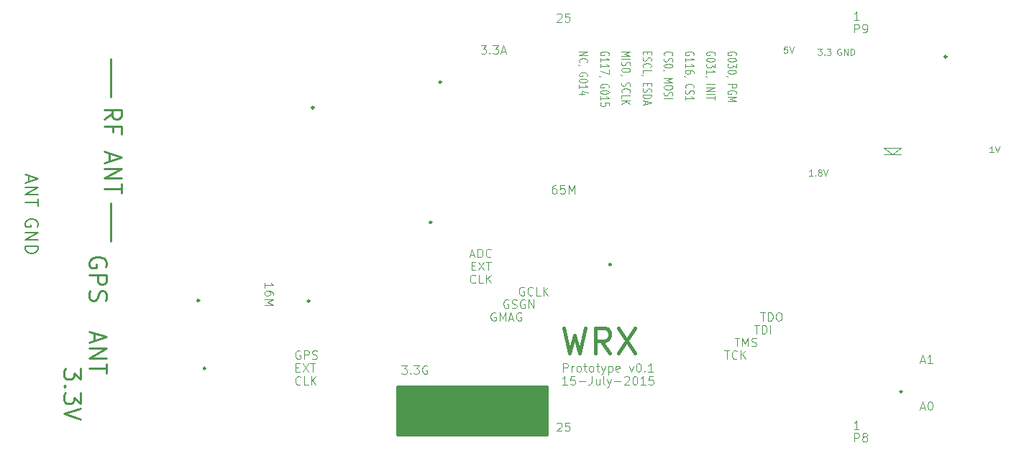
<source format=gto>
G04 (created by PCBNEW (2013-mar-25)-stable) date Friday, July 17, 2015 01:34:24 PM*
%MOIN*%
G04 Gerber Fmt 3.4, Leading zero omitted, Abs format*
%FSLAX34Y34*%
G01*
G70*
G90*
G04 APERTURE LIST*
%ADD10C,0.006*%
%ADD11C,0.00984252*%
%ADD12C,0.00492126*%
%ADD13C,0.015748*%
%ADD14C,0.00787402*%
%ADD15C,0.01*%
G04 APERTURE END LIST*
G54D10*
G54D11*
X34448Y-37992D02*
X34448Y-39763D01*
X34448Y-33070D02*
X34448Y-31299D01*
X33047Y-45683D02*
X33047Y-46170D01*
X32747Y-45908D01*
X32747Y-46020D01*
X32709Y-46095D01*
X32672Y-46133D01*
X32597Y-46170D01*
X32410Y-46170D01*
X32335Y-46133D01*
X32297Y-46095D01*
X32260Y-46020D01*
X32260Y-45795D01*
X32297Y-45720D01*
X32335Y-45683D01*
X32335Y-46508D02*
X32297Y-46545D01*
X32260Y-46508D01*
X32297Y-46470D01*
X32335Y-46508D01*
X32260Y-46508D01*
X33047Y-46808D02*
X33047Y-47295D01*
X32747Y-47033D01*
X32747Y-47145D01*
X32709Y-47220D01*
X32672Y-47258D01*
X32597Y-47295D01*
X32410Y-47295D01*
X32335Y-47258D01*
X32297Y-47220D01*
X32260Y-47145D01*
X32260Y-46920D01*
X32297Y-46845D01*
X32335Y-46808D01*
X33047Y-47520D02*
X32260Y-47783D01*
X33047Y-48045D01*
G54D12*
X55408Y-45828D02*
X55408Y-45434D01*
X55558Y-45434D01*
X55596Y-45453D01*
X55614Y-45472D01*
X55633Y-45509D01*
X55633Y-45566D01*
X55614Y-45603D01*
X55596Y-45622D01*
X55558Y-45641D01*
X55408Y-45641D01*
X55802Y-45828D02*
X55802Y-45566D01*
X55802Y-45641D02*
X55821Y-45603D01*
X55839Y-45584D01*
X55877Y-45566D01*
X55914Y-45566D01*
X56102Y-45828D02*
X56064Y-45809D01*
X56046Y-45791D01*
X56027Y-45753D01*
X56027Y-45641D01*
X56046Y-45603D01*
X56064Y-45584D01*
X56102Y-45566D01*
X56158Y-45566D01*
X56196Y-45584D01*
X56214Y-45603D01*
X56233Y-45641D01*
X56233Y-45753D01*
X56214Y-45791D01*
X56196Y-45809D01*
X56158Y-45828D01*
X56102Y-45828D01*
X56346Y-45566D02*
X56496Y-45566D01*
X56402Y-45434D02*
X56402Y-45772D01*
X56421Y-45809D01*
X56458Y-45828D01*
X56496Y-45828D01*
X56683Y-45828D02*
X56646Y-45809D01*
X56627Y-45791D01*
X56608Y-45753D01*
X56608Y-45641D01*
X56627Y-45603D01*
X56646Y-45584D01*
X56683Y-45566D01*
X56739Y-45566D01*
X56777Y-45584D01*
X56796Y-45603D01*
X56814Y-45641D01*
X56814Y-45753D01*
X56796Y-45791D01*
X56777Y-45809D01*
X56739Y-45828D01*
X56683Y-45828D01*
X56927Y-45566D02*
X57077Y-45566D01*
X56983Y-45434D02*
X56983Y-45772D01*
X57002Y-45809D01*
X57039Y-45828D01*
X57077Y-45828D01*
X57170Y-45566D02*
X57264Y-45828D01*
X57358Y-45566D02*
X57264Y-45828D01*
X57227Y-45922D01*
X57208Y-45941D01*
X57170Y-45959D01*
X57508Y-45566D02*
X57508Y-45959D01*
X57508Y-45584D02*
X57545Y-45566D01*
X57620Y-45566D01*
X57658Y-45584D01*
X57677Y-45603D01*
X57695Y-45641D01*
X57695Y-45753D01*
X57677Y-45791D01*
X57658Y-45809D01*
X57620Y-45828D01*
X57545Y-45828D01*
X57508Y-45809D01*
X58014Y-45809D02*
X57977Y-45828D01*
X57902Y-45828D01*
X57864Y-45809D01*
X57845Y-45772D01*
X57845Y-45622D01*
X57864Y-45584D01*
X57902Y-45566D01*
X57977Y-45566D01*
X58014Y-45584D01*
X58033Y-45622D01*
X58033Y-45659D01*
X57845Y-45697D01*
X58464Y-45566D02*
X58558Y-45828D01*
X58652Y-45566D01*
X58877Y-45434D02*
X58914Y-45434D01*
X58952Y-45453D01*
X58970Y-45472D01*
X58989Y-45509D01*
X59008Y-45584D01*
X59008Y-45678D01*
X58989Y-45753D01*
X58970Y-45791D01*
X58952Y-45809D01*
X58914Y-45828D01*
X58877Y-45828D01*
X58839Y-45809D01*
X58820Y-45791D01*
X58802Y-45753D01*
X58783Y-45678D01*
X58783Y-45584D01*
X58802Y-45509D01*
X58820Y-45472D01*
X58839Y-45453D01*
X58877Y-45434D01*
X59176Y-45791D02*
X59195Y-45809D01*
X59176Y-45828D01*
X59158Y-45809D01*
X59176Y-45791D01*
X59176Y-45828D01*
X59570Y-45828D02*
X59345Y-45828D01*
X59458Y-45828D02*
X59458Y-45434D01*
X59420Y-45491D01*
X59383Y-45528D01*
X59345Y-45547D01*
X55586Y-46429D02*
X55361Y-46429D01*
X55474Y-46429D02*
X55474Y-46035D01*
X55436Y-46091D01*
X55399Y-46129D01*
X55361Y-46147D01*
X55943Y-46035D02*
X55755Y-46035D01*
X55736Y-46222D01*
X55755Y-46204D01*
X55793Y-46185D01*
X55886Y-46185D01*
X55924Y-46204D01*
X55943Y-46222D01*
X55961Y-46260D01*
X55961Y-46354D01*
X55943Y-46391D01*
X55924Y-46410D01*
X55886Y-46429D01*
X55793Y-46429D01*
X55755Y-46410D01*
X55736Y-46391D01*
X56130Y-46279D02*
X56430Y-46279D01*
X56730Y-46035D02*
X56730Y-46316D01*
X56711Y-46372D01*
X56674Y-46410D01*
X56617Y-46429D01*
X56580Y-46429D01*
X57086Y-46166D02*
X57086Y-46429D01*
X56917Y-46166D02*
X56917Y-46372D01*
X56936Y-46410D01*
X56974Y-46429D01*
X57030Y-46429D01*
X57067Y-46410D01*
X57086Y-46391D01*
X57330Y-46429D02*
X57292Y-46410D01*
X57274Y-46372D01*
X57274Y-46035D01*
X57442Y-46166D02*
X57536Y-46429D01*
X57630Y-46166D02*
X57536Y-46429D01*
X57499Y-46522D01*
X57480Y-46541D01*
X57442Y-46560D01*
X57780Y-46279D02*
X58080Y-46279D01*
X58248Y-46072D02*
X58267Y-46054D01*
X58305Y-46035D01*
X58398Y-46035D01*
X58436Y-46054D01*
X58455Y-46072D01*
X58473Y-46110D01*
X58473Y-46147D01*
X58455Y-46204D01*
X58230Y-46429D01*
X58473Y-46429D01*
X58717Y-46035D02*
X58755Y-46035D01*
X58792Y-46054D01*
X58811Y-46072D01*
X58830Y-46110D01*
X58848Y-46185D01*
X58848Y-46279D01*
X58830Y-46354D01*
X58811Y-46391D01*
X58792Y-46410D01*
X58755Y-46429D01*
X58717Y-46429D01*
X58680Y-46410D01*
X58661Y-46391D01*
X58642Y-46354D01*
X58623Y-46279D01*
X58623Y-46185D01*
X58642Y-46110D01*
X58661Y-46072D01*
X58680Y-46054D01*
X58717Y-46035D01*
X59223Y-46429D02*
X58998Y-46429D01*
X59111Y-46429D02*
X59111Y-46035D01*
X59073Y-46091D01*
X59036Y-46129D01*
X58998Y-46147D01*
X59580Y-46035D02*
X59392Y-46035D01*
X59373Y-46222D01*
X59392Y-46204D01*
X59430Y-46185D01*
X59523Y-46185D01*
X59561Y-46204D01*
X59580Y-46222D01*
X59598Y-46260D01*
X59598Y-46354D01*
X59580Y-46391D01*
X59561Y-46410D01*
X59523Y-46429D01*
X59430Y-46429D01*
X59392Y-46410D01*
X59373Y-46391D01*
G54D13*
X55427Y-43785D02*
X55708Y-44966D01*
X55933Y-44122D01*
X56158Y-44966D01*
X56439Y-43785D01*
X57564Y-44966D02*
X57170Y-44403D01*
X56889Y-44966D02*
X56889Y-43785D01*
X57339Y-43785D01*
X57452Y-43841D01*
X57508Y-43897D01*
X57564Y-44010D01*
X57564Y-44178D01*
X57508Y-44291D01*
X57452Y-44347D01*
X57339Y-44403D01*
X56889Y-44403D01*
X57958Y-43785D02*
X58745Y-44966D01*
X58745Y-43785D02*
X57958Y-44966D01*
G54D14*
X30638Y-36726D02*
X30638Y-37007D01*
X30469Y-36670D02*
X31060Y-36867D01*
X30469Y-37064D01*
X30469Y-37260D02*
X31060Y-37260D01*
X30469Y-37598D01*
X31060Y-37598D01*
X31060Y-37795D02*
X31060Y-38132D01*
X30469Y-37964D02*
X31060Y-37964D01*
X31032Y-39088D02*
X31060Y-39032D01*
X31060Y-38948D01*
X31032Y-38863D01*
X30975Y-38807D01*
X30919Y-38779D01*
X30807Y-38751D01*
X30722Y-38751D01*
X30610Y-38779D01*
X30553Y-38807D01*
X30497Y-38863D01*
X30469Y-38948D01*
X30469Y-39004D01*
X30497Y-39088D01*
X30525Y-39116D01*
X30722Y-39116D01*
X30722Y-39004D01*
X30469Y-39370D02*
X31060Y-39370D01*
X30469Y-39707D01*
X31060Y-39707D01*
X30469Y-39988D02*
X31060Y-39988D01*
X31060Y-40129D01*
X31032Y-40213D01*
X30975Y-40269D01*
X30919Y-40298D01*
X30807Y-40326D01*
X30722Y-40326D01*
X30610Y-40298D01*
X30553Y-40269D01*
X30497Y-40213D01*
X30469Y-40129D01*
X30469Y-39988D01*
G54D12*
X51087Y-40401D02*
X51274Y-40401D01*
X51049Y-40513D02*
X51181Y-40119D01*
X51312Y-40513D01*
X51443Y-40513D02*
X51443Y-40119D01*
X51537Y-40119D01*
X51593Y-40138D01*
X51631Y-40176D01*
X51649Y-40213D01*
X51668Y-40288D01*
X51668Y-40344D01*
X51649Y-40419D01*
X51631Y-40457D01*
X51593Y-40494D01*
X51537Y-40513D01*
X51443Y-40513D01*
X52062Y-40476D02*
X52043Y-40494D01*
X51987Y-40513D01*
X51949Y-40513D01*
X51893Y-40494D01*
X51856Y-40457D01*
X51837Y-40419D01*
X51818Y-40344D01*
X51818Y-40288D01*
X51837Y-40213D01*
X51856Y-40176D01*
X51893Y-40138D01*
X51949Y-40119D01*
X51987Y-40119D01*
X52043Y-40138D01*
X52062Y-40157D01*
X51152Y-40907D02*
X51284Y-40907D01*
X51340Y-41114D02*
X51152Y-41114D01*
X51152Y-40720D01*
X51340Y-40720D01*
X51471Y-40720D02*
X51734Y-41114D01*
X51734Y-40720D02*
X51471Y-41114D01*
X51827Y-40720D02*
X52052Y-40720D01*
X51940Y-41114D02*
X51940Y-40720D01*
X51340Y-41676D02*
X51321Y-41695D01*
X51265Y-41714D01*
X51227Y-41714D01*
X51171Y-41695D01*
X51134Y-41658D01*
X51115Y-41620D01*
X51096Y-41545D01*
X51096Y-41489D01*
X51115Y-41414D01*
X51134Y-41377D01*
X51171Y-41339D01*
X51227Y-41320D01*
X51265Y-41320D01*
X51321Y-41339D01*
X51340Y-41358D01*
X51696Y-41714D02*
X51509Y-41714D01*
X51509Y-41320D01*
X51827Y-41714D02*
X51827Y-41320D01*
X52052Y-41714D02*
X51884Y-41489D01*
X52052Y-41320D02*
X51827Y-41545D01*
X66971Y-36733D02*
X66802Y-36733D01*
X66886Y-36733D02*
X66886Y-36438D01*
X66858Y-36480D01*
X66830Y-36508D01*
X66802Y-36522D01*
X67097Y-36705D02*
X67111Y-36719D01*
X67097Y-36733D01*
X67083Y-36719D01*
X67097Y-36705D01*
X67097Y-36733D01*
X67280Y-36564D02*
X67252Y-36550D01*
X67238Y-36536D01*
X67224Y-36508D01*
X67224Y-36494D01*
X67238Y-36466D01*
X67252Y-36452D01*
X67280Y-36438D01*
X67336Y-36438D01*
X67365Y-36452D01*
X67379Y-36466D01*
X67393Y-36494D01*
X67393Y-36508D01*
X67379Y-36536D01*
X67365Y-36550D01*
X67336Y-36564D01*
X67280Y-36564D01*
X67252Y-36579D01*
X67238Y-36593D01*
X67224Y-36621D01*
X67224Y-36677D01*
X67238Y-36705D01*
X67252Y-36719D01*
X67280Y-36733D01*
X67336Y-36733D01*
X67365Y-36719D01*
X67379Y-36705D01*
X67393Y-36677D01*
X67393Y-36621D01*
X67379Y-36593D01*
X67365Y-36579D01*
X67336Y-36564D01*
X67477Y-36438D02*
X67575Y-36733D01*
X67674Y-36438D01*
X75351Y-35651D02*
X75182Y-35651D01*
X75267Y-35651D02*
X75267Y-35355D01*
X75239Y-35397D01*
X75210Y-35426D01*
X75182Y-35440D01*
X75435Y-35355D02*
X75534Y-35651D01*
X75632Y-35355D01*
X51584Y-30671D02*
X51827Y-30671D01*
X51696Y-30821D01*
X51752Y-30821D01*
X51790Y-30839D01*
X51809Y-30858D01*
X51827Y-30896D01*
X51827Y-30989D01*
X51809Y-31027D01*
X51790Y-31046D01*
X51752Y-31064D01*
X51640Y-31064D01*
X51602Y-31046D01*
X51584Y-31027D01*
X51996Y-31027D02*
X52015Y-31046D01*
X51996Y-31064D01*
X51977Y-31046D01*
X51996Y-31027D01*
X51996Y-31064D01*
X52146Y-30671D02*
X52390Y-30671D01*
X52259Y-30821D01*
X52315Y-30821D01*
X52352Y-30839D01*
X52371Y-30858D01*
X52390Y-30896D01*
X52390Y-30989D01*
X52371Y-31027D01*
X52352Y-31046D01*
X52315Y-31064D01*
X52202Y-31064D01*
X52165Y-31046D01*
X52146Y-31027D01*
X52540Y-30952D02*
X52727Y-30952D01*
X52502Y-31064D02*
X52634Y-30671D01*
X52765Y-31064D01*
X47914Y-45533D02*
X48158Y-45533D01*
X48026Y-45683D01*
X48083Y-45683D01*
X48120Y-45702D01*
X48139Y-45720D01*
X48158Y-45758D01*
X48158Y-45852D01*
X48139Y-45889D01*
X48120Y-45908D01*
X48083Y-45927D01*
X47970Y-45927D01*
X47933Y-45908D01*
X47914Y-45889D01*
X48326Y-45889D02*
X48345Y-45908D01*
X48326Y-45927D01*
X48308Y-45908D01*
X48326Y-45889D01*
X48326Y-45927D01*
X48476Y-45533D02*
X48720Y-45533D01*
X48589Y-45683D01*
X48645Y-45683D01*
X48682Y-45702D01*
X48701Y-45720D01*
X48720Y-45758D01*
X48720Y-45852D01*
X48701Y-45889D01*
X48682Y-45908D01*
X48645Y-45927D01*
X48532Y-45927D01*
X48495Y-45908D01*
X48476Y-45889D01*
X49095Y-45552D02*
X49057Y-45533D01*
X49001Y-45533D01*
X48945Y-45552D01*
X48907Y-45589D01*
X48889Y-45627D01*
X48870Y-45702D01*
X48870Y-45758D01*
X48889Y-45833D01*
X48907Y-45870D01*
X48945Y-45908D01*
X49001Y-45927D01*
X49039Y-45927D01*
X49095Y-45908D01*
X49114Y-45889D01*
X49114Y-45758D01*
X49039Y-45758D01*
X53585Y-41910D02*
X53547Y-41891D01*
X53491Y-41891D01*
X53435Y-41910D01*
X53398Y-41947D01*
X53379Y-41985D01*
X53360Y-42060D01*
X53360Y-42116D01*
X53379Y-42191D01*
X53398Y-42229D01*
X53435Y-42266D01*
X53491Y-42285D01*
X53529Y-42285D01*
X53585Y-42266D01*
X53604Y-42247D01*
X53604Y-42116D01*
X53529Y-42116D01*
X53997Y-42247D02*
X53979Y-42266D01*
X53922Y-42285D01*
X53885Y-42285D01*
X53829Y-42266D01*
X53791Y-42229D01*
X53772Y-42191D01*
X53754Y-42116D01*
X53754Y-42060D01*
X53772Y-41985D01*
X53791Y-41947D01*
X53829Y-41910D01*
X53885Y-41891D01*
X53922Y-41891D01*
X53979Y-41910D01*
X53997Y-41929D01*
X54354Y-42285D02*
X54166Y-42285D01*
X54166Y-41891D01*
X54485Y-42285D02*
X54485Y-41891D01*
X54710Y-42285D02*
X54541Y-42060D01*
X54710Y-41891D02*
X54485Y-42116D01*
X52859Y-42500D02*
X52821Y-42482D01*
X52765Y-42482D01*
X52709Y-42500D01*
X52671Y-42538D01*
X52652Y-42575D01*
X52634Y-42650D01*
X52634Y-42707D01*
X52652Y-42782D01*
X52671Y-42819D01*
X52709Y-42857D01*
X52765Y-42875D01*
X52802Y-42875D01*
X52859Y-42857D01*
X52877Y-42838D01*
X52877Y-42707D01*
X52802Y-42707D01*
X53027Y-42857D02*
X53083Y-42875D01*
X53177Y-42875D01*
X53215Y-42857D01*
X53233Y-42838D01*
X53252Y-42800D01*
X53252Y-42763D01*
X53233Y-42725D01*
X53215Y-42707D01*
X53177Y-42688D01*
X53102Y-42669D01*
X53065Y-42650D01*
X53046Y-42632D01*
X53027Y-42594D01*
X53027Y-42557D01*
X53046Y-42519D01*
X53065Y-42500D01*
X53102Y-42482D01*
X53196Y-42482D01*
X53252Y-42500D01*
X53627Y-42500D02*
X53590Y-42482D01*
X53533Y-42482D01*
X53477Y-42500D01*
X53440Y-42538D01*
X53421Y-42575D01*
X53402Y-42650D01*
X53402Y-42707D01*
X53421Y-42782D01*
X53440Y-42819D01*
X53477Y-42857D01*
X53533Y-42875D01*
X53571Y-42875D01*
X53627Y-42857D01*
X53646Y-42838D01*
X53646Y-42707D01*
X53571Y-42707D01*
X53815Y-42875D02*
X53815Y-42482D01*
X54040Y-42875D01*
X54040Y-42482D01*
X52268Y-43091D02*
X52230Y-43072D01*
X52174Y-43072D01*
X52118Y-43091D01*
X52080Y-43128D01*
X52062Y-43166D01*
X52043Y-43241D01*
X52043Y-43297D01*
X52062Y-43372D01*
X52080Y-43410D01*
X52118Y-43447D01*
X52174Y-43466D01*
X52212Y-43466D01*
X52268Y-43447D01*
X52287Y-43428D01*
X52287Y-43297D01*
X52212Y-43297D01*
X52455Y-43466D02*
X52455Y-43072D01*
X52587Y-43353D01*
X52718Y-43072D01*
X52718Y-43466D01*
X52887Y-43353D02*
X53074Y-43353D01*
X52849Y-43466D02*
X52980Y-43072D01*
X53112Y-43466D01*
X53449Y-43091D02*
X53412Y-43072D01*
X53355Y-43072D01*
X53299Y-43091D01*
X53262Y-43128D01*
X53243Y-43166D01*
X53224Y-43241D01*
X53224Y-43297D01*
X53243Y-43372D01*
X53262Y-43410D01*
X53299Y-43447D01*
X53355Y-43466D01*
X53393Y-43466D01*
X53449Y-43447D01*
X53468Y-43428D01*
X53468Y-43297D01*
X53393Y-43297D01*
X43213Y-44863D02*
X43175Y-44844D01*
X43119Y-44844D01*
X43063Y-44863D01*
X43025Y-44900D01*
X43007Y-44938D01*
X42988Y-45013D01*
X42988Y-45069D01*
X43007Y-45144D01*
X43025Y-45181D01*
X43063Y-45219D01*
X43119Y-45238D01*
X43157Y-45238D01*
X43213Y-45219D01*
X43232Y-45200D01*
X43232Y-45069D01*
X43157Y-45069D01*
X43400Y-45238D02*
X43400Y-44844D01*
X43550Y-44844D01*
X43588Y-44863D01*
X43607Y-44881D01*
X43625Y-44919D01*
X43625Y-44975D01*
X43607Y-45013D01*
X43588Y-45031D01*
X43550Y-45050D01*
X43400Y-45050D01*
X43775Y-45219D02*
X43832Y-45238D01*
X43925Y-45238D01*
X43963Y-45219D01*
X43982Y-45200D01*
X44000Y-45163D01*
X44000Y-45125D01*
X43982Y-45088D01*
X43963Y-45069D01*
X43925Y-45050D01*
X43850Y-45031D01*
X43813Y-45013D01*
X43794Y-44994D01*
X43775Y-44956D01*
X43775Y-44919D01*
X43794Y-44881D01*
X43813Y-44863D01*
X43850Y-44844D01*
X43944Y-44844D01*
X44000Y-44863D01*
X43007Y-45632D02*
X43138Y-45632D01*
X43194Y-45838D02*
X43007Y-45838D01*
X43007Y-45444D01*
X43194Y-45444D01*
X43325Y-45444D02*
X43588Y-45838D01*
X43588Y-45444D02*
X43325Y-45838D01*
X43682Y-45444D02*
X43907Y-45444D01*
X43794Y-45838D02*
X43794Y-45444D01*
X43232Y-46401D02*
X43213Y-46420D01*
X43157Y-46438D01*
X43119Y-46438D01*
X43063Y-46420D01*
X43025Y-46382D01*
X43007Y-46345D01*
X42988Y-46270D01*
X42988Y-46213D01*
X43007Y-46138D01*
X43025Y-46101D01*
X43063Y-46063D01*
X43119Y-46045D01*
X43157Y-46045D01*
X43213Y-46063D01*
X43232Y-46082D01*
X43588Y-46438D02*
X43400Y-46438D01*
X43400Y-46045D01*
X43719Y-46438D02*
X43719Y-46045D01*
X43944Y-46438D02*
X43775Y-46213D01*
X43944Y-46045D02*
X43719Y-46270D01*
X41572Y-41924D02*
X41572Y-41699D01*
X41572Y-41811D02*
X41966Y-41811D01*
X41910Y-41774D01*
X41872Y-41736D01*
X41854Y-41699D01*
X41966Y-42261D02*
X41966Y-42186D01*
X41947Y-42149D01*
X41929Y-42130D01*
X41872Y-42093D01*
X41797Y-42074D01*
X41647Y-42074D01*
X41610Y-42093D01*
X41591Y-42111D01*
X41572Y-42149D01*
X41572Y-42224D01*
X41591Y-42261D01*
X41610Y-42280D01*
X41647Y-42299D01*
X41741Y-42299D01*
X41779Y-42280D01*
X41797Y-42261D01*
X41816Y-42224D01*
X41816Y-42149D01*
X41797Y-42111D01*
X41779Y-42093D01*
X41741Y-42074D01*
X41572Y-42468D02*
X41966Y-42468D01*
X41685Y-42599D01*
X41966Y-42730D01*
X41572Y-42730D01*
X55075Y-37167D02*
X55000Y-37167D01*
X54963Y-37185D01*
X54944Y-37204D01*
X54907Y-37260D01*
X54888Y-37335D01*
X54888Y-37485D01*
X54907Y-37523D01*
X54925Y-37542D01*
X54963Y-37560D01*
X55038Y-37560D01*
X55075Y-37542D01*
X55094Y-37523D01*
X55113Y-37485D01*
X55113Y-37392D01*
X55094Y-37354D01*
X55075Y-37335D01*
X55038Y-37317D01*
X54963Y-37317D01*
X54925Y-37335D01*
X54907Y-37354D01*
X54888Y-37392D01*
X55469Y-37167D02*
X55282Y-37167D01*
X55263Y-37354D01*
X55282Y-37335D01*
X55319Y-37317D01*
X55413Y-37317D01*
X55450Y-37335D01*
X55469Y-37354D01*
X55488Y-37392D01*
X55488Y-37485D01*
X55469Y-37523D01*
X55450Y-37542D01*
X55413Y-37560D01*
X55319Y-37560D01*
X55282Y-37542D01*
X55263Y-37523D01*
X55657Y-37560D02*
X55657Y-37167D01*
X55788Y-37448D01*
X55919Y-37167D01*
X55919Y-37560D01*
X55113Y-48228D02*
X55132Y-48209D01*
X55169Y-48190D01*
X55263Y-48190D01*
X55300Y-48209D01*
X55319Y-48228D01*
X55338Y-48265D01*
X55338Y-48303D01*
X55319Y-48359D01*
X55094Y-48584D01*
X55338Y-48584D01*
X55694Y-48190D02*
X55507Y-48190D01*
X55488Y-48378D01*
X55507Y-48359D01*
X55544Y-48340D01*
X55638Y-48340D01*
X55675Y-48359D01*
X55694Y-48378D01*
X55713Y-48415D01*
X55713Y-48509D01*
X55694Y-48547D01*
X55675Y-48565D01*
X55638Y-48584D01*
X55544Y-48584D01*
X55507Y-48565D01*
X55488Y-48547D01*
X69108Y-48486D02*
X68883Y-48486D01*
X68996Y-48486D02*
X68996Y-48092D01*
X68958Y-48148D01*
X68921Y-48186D01*
X68883Y-48204D01*
X68902Y-49076D02*
X68902Y-48682D01*
X69052Y-48682D01*
X69089Y-48701D01*
X69108Y-48720D01*
X69127Y-48757D01*
X69127Y-48814D01*
X69108Y-48851D01*
X69089Y-48870D01*
X69052Y-48889D01*
X68902Y-48889D01*
X69352Y-48851D02*
X69314Y-48832D01*
X69296Y-48814D01*
X69277Y-48776D01*
X69277Y-48757D01*
X69296Y-48720D01*
X69314Y-48701D01*
X69352Y-48682D01*
X69427Y-48682D01*
X69464Y-48701D01*
X69483Y-48720D01*
X69502Y-48757D01*
X69502Y-48776D01*
X69483Y-48814D01*
X69464Y-48832D01*
X69427Y-48851D01*
X69352Y-48851D01*
X69314Y-48870D01*
X69296Y-48889D01*
X69277Y-48926D01*
X69277Y-49001D01*
X69296Y-49039D01*
X69314Y-49057D01*
X69352Y-49076D01*
X69427Y-49076D01*
X69464Y-49057D01*
X69483Y-49039D01*
X69502Y-49001D01*
X69502Y-48926D01*
X69483Y-48889D01*
X69464Y-48870D01*
X69427Y-48851D01*
X68902Y-30080D02*
X68902Y-29686D01*
X69052Y-29686D01*
X69089Y-29705D01*
X69108Y-29724D01*
X69127Y-29761D01*
X69127Y-29818D01*
X69108Y-29855D01*
X69089Y-29874D01*
X69052Y-29893D01*
X68902Y-29893D01*
X69314Y-30080D02*
X69389Y-30080D01*
X69427Y-30061D01*
X69446Y-30043D01*
X69483Y-29986D01*
X69502Y-29911D01*
X69502Y-29761D01*
X69483Y-29724D01*
X69464Y-29705D01*
X69427Y-29686D01*
X69352Y-29686D01*
X69314Y-29705D01*
X69296Y-29724D01*
X69277Y-29761D01*
X69277Y-29855D01*
X69296Y-29893D01*
X69314Y-29911D01*
X69352Y-29930D01*
X69427Y-29930D01*
X69464Y-29911D01*
X69483Y-29893D01*
X69502Y-29855D01*
X55113Y-29232D02*
X55132Y-29213D01*
X55169Y-29194D01*
X55263Y-29194D01*
X55300Y-29213D01*
X55319Y-29232D01*
X55338Y-29269D01*
X55338Y-29307D01*
X55319Y-29363D01*
X55094Y-29588D01*
X55338Y-29588D01*
X55694Y-29194D02*
X55507Y-29194D01*
X55488Y-29382D01*
X55507Y-29363D01*
X55544Y-29344D01*
X55638Y-29344D01*
X55675Y-29363D01*
X55694Y-29382D01*
X55713Y-29419D01*
X55713Y-29513D01*
X55694Y-29550D01*
X55675Y-29569D01*
X55638Y-29588D01*
X55544Y-29588D01*
X55507Y-29569D01*
X55488Y-29550D01*
X69108Y-29490D02*
X68883Y-29490D01*
X68996Y-29490D02*
X68996Y-29096D01*
X68958Y-29152D01*
X68921Y-29190D01*
X68883Y-29208D01*
X71962Y-45322D02*
X72150Y-45322D01*
X71925Y-45434D02*
X72056Y-45041D01*
X72187Y-45434D01*
X72525Y-45434D02*
X72300Y-45434D01*
X72412Y-45434D02*
X72412Y-45041D01*
X72375Y-45097D01*
X72337Y-45134D01*
X72300Y-45153D01*
X71962Y-47487D02*
X72150Y-47487D01*
X71925Y-47600D02*
X72056Y-47206D01*
X72187Y-47600D01*
X72394Y-47206D02*
X72431Y-47206D01*
X72469Y-47225D01*
X72487Y-47244D01*
X72506Y-47281D01*
X72525Y-47356D01*
X72525Y-47450D01*
X72506Y-47525D01*
X72487Y-47562D01*
X72469Y-47581D01*
X72431Y-47600D01*
X72394Y-47600D01*
X72356Y-47581D01*
X72337Y-47562D01*
X72319Y-47525D01*
X72300Y-47450D01*
X72300Y-47356D01*
X72319Y-47281D01*
X72337Y-47244D01*
X72356Y-47225D01*
X72394Y-47206D01*
X65790Y-30729D02*
X65649Y-30729D01*
X65635Y-30870D01*
X65649Y-30856D01*
X65677Y-30842D01*
X65748Y-30842D01*
X65776Y-30856D01*
X65790Y-30870D01*
X65804Y-30898D01*
X65804Y-30968D01*
X65790Y-30996D01*
X65776Y-31010D01*
X65748Y-31025D01*
X65677Y-31025D01*
X65649Y-31010D01*
X65635Y-30996D01*
X65888Y-30729D02*
X65987Y-31025D01*
X66085Y-30729D01*
X67210Y-30828D02*
X67393Y-30828D01*
X67294Y-30940D01*
X67336Y-30940D01*
X67365Y-30954D01*
X67379Y-30968D01*
X67393Y-30996D01*
X67393Y-31067D01*
X67379Y-31095D01*
X67365Y-31109D01*
X67336Y-31123D01*
X67252Y-31123D01*
X67224Y-31109D01*
X67210Y-31095D01*
X67519Y-31095D02*
X67533Y-31109D01*
X67519Y-31123D01*
X67505Y-31109D01*
X67519Y-31095D01*
X67519Y-31123D01*
X67632Y-30828D02*
X67814Y-30828D01*
X67716Y-30940D01*
X67758Y-30940D01*
X67786Y-30954D01*
X67800Y-30968D01*
X67814Y-30996D01*
X67814Y-31067D01*
X67800Y-31095D01*
X67786Y-31109D01*
X67758Y-31123D01*
X67674Y-31123D01*
X67646Y-31109D01*
X67632Y-31095D01*
X68278Y-30842D02*
X68250Y-30828D01*
X68208Y-30828D01*
X68166Y-30842D01*
X68138Y-30870D01*
X68124Y-30898D01*
X68110Y-30954D01*
X68110Y-30996D01*
X68124Y-31053D01*
X68138Y-31081D01*
X68166Y-31109D01*
X68208Y-31123D01*
X68236Y-31123D01*
X68278Y-31109D01*
X68293Y-31095D01*
X68293Y-30996D01*
X68236Y-30996D01*
X68419Y-31123D02*
X68419Y-30828D01*
X68588Y-31123D01*
X68588Y-30828D01*
X68728Y-31123D02*
X68728Y-30828D01*
X68799Y-30828D01*
X68841Y-30842D01*
X68869Y-30870D01*
X68883Y-30898D01*
X68897Y-30954D01*
X68897Y-30996D01*
X68883Y-31053D01*
X68869Y-31081D01*
X68841Y-31109D01*
X68799Y-31123D01*
X68728Y-31123D01*
X63404Y-31130D02*
X63423Y-31102D01*
X63423Y-31060D01*
X63404Y-31017D01*
X63367Y-30989D01*
X63329Y-30975D01*
X63254Y-30961D01*
X63198Y-30961D01*
X63123Y-30975D01*
X63085Y-30989D01*
X63048Y-31017D01*
X63029Y-31060D01*
X63029Y-31088D01*
X63048Y-31130D01*
X63067Y-31144D01*
X63198Y-31144D01*
X63198Y-31088D01*
X63423Y-31327D02*
X63423Y-31355D01*
X63404Y-31383D01*
X63385Y-31397D01*
X63348Y-31411D01*
X63273Y-31425D01*
X63179Y-31425D01*
X63104Y-31411D01*
X63067Y-31397D01*
X63048Y-31383D01*
X63029Y-31355D01*
X63029Y-31327D01*
X63048Y-31299D01*
X63067Y-31285D01*
X63104Y-31271D01*
X63179Y-31257D01*
X63273Y-31257D01*
X63348Y-31271D01*
X63385Y-31285D01*
X63404Y-31299D01*
X63423Y-31327D01*
X63423Y-31524D02*
X63423Y-31706D01*
X63273Y-31608D01*
X63273Y-31650D01*
X63254Y-31678D01*
X63235Y-31692D01*
X63198Y-31706D01*
X63104Y-31706D01*
X63067Y-31692D01*
X63048Y-31678D01*
X63029Y-31650D01*
X63029Y-31566D01*
X63048Y-31538D01*
X63067Y-31524D01*
X63423Y-31889D02*
X63423Y-31917D01*
X63404Y-31946D01*
X63385Y-31960D01*
X63348Y-31974D01*
X63273Y-31988D01*
X63179Y-31988D01*
X63104Y-31974D01*
X63067Y-31960D01*
X63048Y-31946D01*
X63029Y-31917D01*
X63029Y-31889D01*
X63048Y-31861D01*
X63067Y-31847D01*
X63104Y-31833D01*
X63179Y-31819D01*
X63273Y-31819D01*
X63348Y-31833D01*
X63385Y-31847D01*
X63404Y-31861D01*
X63423Y-31889D01*
X63048Y-32128D02*
X63029Y-32128D01*
X62992Y-32114D01*
X62973Y-32100D01*
X63029Y-32480D02*
X63423Y-32480D01*
X63423Y-32592D01*
X63404Y-32620D01*
X63385Y-32634D01*
X63348Y-32649D01*
X63292Y-32649D01*
X63254Y-32634D01*
X63235Y-32620D01*
X63217Y-32592D01*
X63217Y-32480D01*
X63404Y-32930D02*
X63423Y-32902D01*
X63423Y-32859D01*
X63404Y-32817D01*
X63367Y-32789D01*
X63329Y-32775D01*
X63254Y-32761D01*
X63198Y-32761D01*
X63123Y-32775D01*
X63085Y-32789D01*
X63048Y-32817D01*
X63029Y-32859D01*
X63029Y-32888D01*
X63048Y-32930D01*
X63067Y-32944D01*
X63198Y-32944D01*
X63198Y-32888D01*
X63029Y-33070D02*
X63423Y-33070D01*
X63142Y-33169D01*
X63423Y-33267D01*
X63029Y-33267D01*
X62420Y-31130D02*
X62439Y-31102D01*
X62439Y-31060D01*
X62420Y-31017D01*
X62382Y-30989D01*
X62345Y-30975D01*
X62270Y-30961D01*
X62214Y-30961D01*
X62139Y-30975D01*
X62101Y-30989D01*
X62064Y-31017D01*
X62045Y-31060D01*
X62045Y-31088D01*
X62064Y-31130D01*
X62082Y-31144D01*
X62214Y-31144D01*
X62214Y-31088D01*
X62439Y-31327D02*
X62439Y-31355D01*
X62420Y-31383D01*
X62401Y-31397D01*
X62364Y-31411D01*
X62289Y-31425D01*
X62195Y-31425D01*
X62120Y-31411D01*
X62082Y-31397D01*
X62064Y-31383D01*
X62045Y-31355D01*
X62045Y-31327D01*
X62064Y-31299D01*
X62082Y-31285D01*
X62120Y-31271D01*
X62195Y-31257D01*
X62289Y-31257D01*
X62364Y-31271D01*
X62401Y-31285D01*
X62420Y-31299D01*
X62439Y-31327D01*
X62439Y-31524D02*
X62439Y-31706D01*
X62289Y-31608D01*
X62289Y-31650D01*
X62270Y-31678D01*
X62251Y-31692D01*
X62214Y-31706D01*
X62120Y-31706D01*
X62082Y-31692D01*
X62064Y-31678D01*
X62045Y-31650D01*
X62045Y-31566D01*
X62064Y-31538D01*
X62082Y-31524D01*
X62045Y-31988D02*
X62045Y-31819D01*
X62045Y-31903D02*
X62439Y-31903D01*
X62382Y-31875D01*
X62345Y-31847D01*
X62326Y-31819D01*
X62064Y-32128D02*
X62045Y-32128D01*
X62007Y-32114D01*
X61989Y-32100D01*
X62045Y-32480D02*
X62439Y-32480D01*
X62045Y-32620D02*
X62439Y-32620D01*
X62045Y-32789D01*
X62439Y-32789D01*
X62045Y-32930D02*
X62439Y-32930D01*
X62439Y-33028D02*
X62439Y-33197D01*
X62045Y-33113D02*
X62439Y-33113D01*
X61436Y-31130D02*
X61454Y-31102D01*
X61454Y-31060D01*
X61436Y-31017D01*
X61398Y-30989D01*
X61361Y-30975D01*
X61286Y-30961D01*
X61229Y-30961D01*
X61154Y-30975D01*
X61117Y-30989D01*
X61079Y-31017D01*
X61061Y-31060D01*
X61061Y-31088D01*
X61079Y-31130D01*
X61098Y-31144D01*
X61229Y-31144D01*
X61229Y-31088D01*
X61061Y-31425D02*
X61061Y-31257D01*
X61061Y-31341D02*
X61454Y-31341D01*
X61398Y-31313D01*
X61361Y-31285D01*
X61342Y-31257D01*
X61061Y-31706D02*
X61061Y-31538D01*
X61061Y-31622D02*
X61454Y-31622D01*
X61398Y-31594D01*
X61361Y-31566D01*
X61342Y-31538D01*
X61454Y-31960D02*
X61454Y-31903D01*
X61436Y-31875D01*
X61417Y-31861D01*
X61361Y-31833D01*
X61286Y-31819D01*
X61136Y-31819D01*
X61098Y-31833D01*
X61079Y-31847D01*
X61061Y-31875D01*
X61061Y-31931D01*
X61079Y-31960D01*
X61098Y-31974D01*
X61136Y-31988D01*
X61229Y-31988D01*
X61267Y-31974D01*
X61286Y-31960D01*
X61304Y-31931D01*
X61304Y-31875D01*
X61286Y-31847D01*
X61267Y-31833D01*
X61229Y-31819D01*
X61079Y-32128D02*
X61061Y-32128D01*
X61023Y-32114D01*
X61004Y-32100D01*
X61098Y-32649D02*
X61079Y-32634D01*
X61061Y-32592D01*
X61061Y-32564D01*
X61079Y-32522D01*
X61117Y-32494D01*
X61154Y-32480D01*
X61229Y-32466D01*
X61286Y-32466D01*
X61361Y-32480D01*
X61398Y-32494D01*
X61436Y-32522D01*
X61454Y-32564D01*
X61454Y-32592D01*
X61436Y-32634D01*
X61417Y-32649D01*
X61079Y-32761D02*
X61061Y-32803D01*
X61061Y-32874D01*
X61079Y-32902D01*
X61098Y-32916D01*
X61136Y-32930D01*
X61173Y-32930D01*
X61211Y-32916D01*
X61229Y-32902D01*
X61248Y-32874D01*
X61267Y-32817D01*
X61286Y-32789D01*
X61304Y-32775D01*
X61342Y-32761D01*
X61379Y-32761D01*
X61417Y-32775D01*
X61436Y-32789D01*
X61454Y-32817D01*
X61454Y-32888D01*
X61436Y-32930D01*
X61061Y-33211D02*
X61061Y-33042D01*
X61061Y-33127D02*
X61454Y-33127D01*
X61398Y-33098D01*
X61361Y-33070D01*
X61342Y-33042D01*
X58108Y-30975D02*
X58502Y-30975D01*
X58220Y-31074D01*
X58502Y-31172D01*
X58108Y-31172D01*
X58108Y-31313D02*
X58502Y-31313D01*
X58127Y-31439D02*
X58108Y-31482D01*
X58108Y-31552D01*
X58127Y-31580D01*
X58145Y-31594D01*
X58183Y-31608D01*
X58220Y-31608D01*
X58258Y-31594D01*
X58277Y-31580D01*
X58295Y-31552D01*
X58314Y-31496D01*
X58333Y-31467D01*
X58352Y-31453D01*
X58389Y-31439D01*
X58427Y-31439D01*
X58464Y-31453D01*
X58483Y-31467D01*
X58502Y-31496D01*
X58502Y-31566D01*
X58483Y-31608D01*
X58502Y-31791D02*
X58502Y-31847D01*
X58483Y-31875D01*
X58445Y-31903D01*
X58370Y-31917D01*
X58239Y-31917D01*
X58164Y-31903D01*
X58127Y-31875D01*
X58108Y-31847D01*
X58108Y-31791D01*
X58127Y-31763D01*
X58164Y-31735D01*
X58239Y-31721D01*
X58370Y-31721D01*
X58445Y-31735D01*
X58483Y-31763D01*
X58502Y-31791D01*
X58127Y-32058D02*
X58108Y-32058D01*
X58070Y-32044D01*
X58052Y-32030D01*
X58127Y-32395D02*
X58108Y-32438D01*
X58108Y-32508D01*
X58127Y-32536D01*
X58145Y-32550D01*
X58183Y-32564D01*
X58220Y-32564D01*
X58258Y-32550D01*
X58277Y-32536D01*
X58295Y-32508D01*
X58314Y-32452D01*
X58333Y-32424D01*
X58352Y-32410D01*
X58389Y-32395D01*
X58427Y-32395D01*
X58464Y-32410D01*
X58483Y-32424D01*
X58502Y-32452D01*
X58502Y-32522D01*
X58483Y-32564D01*
X58145Y-32859D02*
X58127Y-32845D01*
X58108Y-32803D01*
X58108Y-32775D01*
X58127Y-32733D01*
X58164Y-32705D01*
X58202Y-32691D01*
X58277Y-32677D01*
X58333Y-32677D01*
X58408Y-32691D01*
X58445Y-32705D01*
X58483Y-32733D01*
X58502Y-32775D01*
X58502Y-32803D01*
X58483Y-32845D01*
X58464Y-32859D01*
X58108Y-33127D02*
X58108Y-32986D01*
X58502Y-32986D01*
X58108Y-33225D02*
X58502Y-33225D01*
X58108Y-33394D02*
X58333Y-33267D01*
X58502Y-33394D02*
X58277Y-33225D01*
X56139Y-30975D02*
X56533Y-30975D01*
X56139Y-31144D01*
X56533Y-31144D01*
X56177Y-31453D02*
X56158Y-31439D01*
X56139Y-31397D01*
X56139Y-31369D01*
X56158Y-31327D01*
X56196Y-31299D01*
X56233Y-31285D01*
X56308Y-31271D01*
X56364Y-31271D01*
X56439Y-31285D01*
X56477Y-31299D01*
X56514Y-31327D01*
X56533Y-31369D01*
X56533Y-31397D01*
X56514Y-31439D01*
X56496Y-31453D01*
X56158Y-31594D02*
X56139Y-31594D01*
X56102Y-31580D01*
X56083Y-31566D01*
X56514Y-32100D02*
X56533Y-32072D01*
X56533Y-32030D01*
X56514Y-31988D01*
X56477Y-31960D01*
X56439Y-31946D01*
X56364Y-31931D01*
X56308Y-31931D01*
X56233Y-31946D01*
X56196Y-31960D01*
X56158Y-31988D01*
X56139Y-32030D01*
X56139Y-32058D01*
X56158Y-32100D01*
X56177Y-32114D01*
X56308Y-32114D01*
X56308Y-32058D01*
X56533Y-32297D02*
X56533Y-32325D01*
X56514Y-32353D01*
X56496Y-32367D01*
X56458Y-32381D01*
X56383Y-32395D01*
X56289Y-32395D01*
X56214Y-32381D01*
X56177Y-32367D01*
X56158Y-32353D01*
X56139Y-32325D01*
X56139Y-32297D01*
X56158Y-32269D01*
X56177Y-32255D01*
X56214Y-32241D01*
X56289Y-32227D01*
X56383Y-32227D01*
X56458Y-32241D01*
X56496Y-32255D01*
X56514Y-32269D01*
X56533Y-32297D01*
X56139Y-32677D02*
X56139Y-32508D01*
X56139Y-32592D02*
X56533Y-32592D01*
X56477Y-32564D01*
X56439Y-32536D01*
X56421Y-32508D01*
X56402Y-32930D02*
X56139Y-32930D01*
X56552Y-32859D02*
X56271Y-32789D01*
X56271Y-32972D01*
X57499Y-31130D02*
X57517Y-31102D01*
X57517Y-31060D01*
X57499Y-31017D01*
X57461Y-30989D01*
X57424Y-30975D01*
X57349Y-30961D01*
X57292Y-30961D01*
X57217Y-30975D01*
X57180Y-30989D01*
X57142Y-31017D01*
X57124Y-31060D01*
X57124Y-31088D01*
X57142Y-31130D01*
X57161Y-31144D01*
X57292Y-31144D01*
X57292Y-31088D01*
X57124Y-31425D02*
X57124Y-31257D01*
X57124Y-31341D02*
X57517Y-31341D01*
X57461Y-31313D01*
X57424Y-31285D01*
X57405Y-31257D01*
X57124Y-31706D02*
X57124Y-31538D01*
X57124Y-31622D02*
X57517Y-31622D01*
X57461Y-31594D01*
X57424Y-31566D01*
X57405Y-31538D01*
X57517Y-31805D02*
X57517Y-32002D01*
X57124Y-31875D01*
X57142Y-32128D02*
X57124Y-32128D01*
X57086Y-32114D01*
X57067Y-32100D01*
X57499Y-32634D02*
X57517Y-32606D01*
X57517Y-32564D01*
X57499Y-32522D01*
X57461Y-32494D01*
X57424Y-32480D01*
X57349Y-32466D01*
X57292Y-32466D01*
X57217Y-32480D01*
X57180Y-32494D01*
X57142Y-32522D01*
X57124Y-32564D01*
X57124Y-32592D01*
X57142Y-32634D01*
X57161Y-32649D01*
X57292Y-32649D01*
X57292Y-32592D01*
X57517Y-32831D02*
X57517Y-32859D01*
X57499Y-32888D01*
X57480Y-32902D01*
X57442Y-32916D01*
X57367Y-32930D01*
X57274Y-32930D01*
X57199Y-32916D01*
X57161Y-32902D01*
X57142Y-32888D01*
X57124Y-32859D01*
X57124Y-32831D01*
X57142Y-32803D01*
X57161Y-32789D01*
X57199Y-32775D01*
X57274Y-32761D01*
X57367Y-32761D01*
X57442Y-32775D01*
X57480Y-32789D01*
X57499Y-32803D01*
X57517Y-32831D01*
X57124Y-33211D02*
X57124Y-33042D01*
X57124Y-33127D02*
X57517Y-33127D01*
X57461Y-33098D01*
X57424Y-33070D01*
X57405Y-33042D01*
X57517Y-33478D02*
X57517Y-33338D01*
X57330Y-33323D01*
X57349Y-33338D01*
X57367Y-33366D01*
X57367Y-33436D01*
X57349Y-33464D01*
X57330Y-33478D01*
X57292Y-33492D01*
X57199Y-33492D01*
X57161Y-33478D01*
X57142Y-33464D01*
X57124Y-33436D01*
X57124Y-33366D01*
X57142Y-33338D01*
X57161Y-33323D01*
X59298Y-30975D02*
X59298Y-31074D01*
X59092Y-31116D02*
X59092Y-30975D01*
X59486Y-30975D01*
X59486Y-31116D01*
X59111Y-31228D02*
X59092Y-31271D01*
X59092Y-31341D01*
X59111Y-31369D01*
X59130Y-31383D01*
X59167Y-31397D01*
X59205Y-31397D01*
X59242Y-31383D01*
X59261Y-31369D01*
X59280Y-31341D01*
X59298Y-31285D01*
X59317Y-31257D01*
X59336Y-31242D01*
X59373Y-31228D01*
X59411Y-31228D01*
X59448Y-31242D01*
X59467Y-31257D01*
X59486Y-31285D01*
X59486Y-31355D01*
X59467Y-31397D01*
X59130Y-31692D02*
X59111Y-31678D01*
X59092Y-31636D01*
X59092Y-31608D01*
X59111Y-31566D01*
X59148Y-31538D01*
X59186Y-31524D01*
X59261Y-31510D01*
X59317Y-31510D01*
X59392Y-31524D01*
X59430Y-31538D01*
X59467Y-31566D01*
X59486Y-31608D01*
X59486Y-31636D01*
X59467Y-31678D01*
X59448Y-31692D01*
X59092Y-31960D02*
X59092Y-31819D01*
X59486Y-31819D01*
X59111Y-32072D02*
X59092Y-32072D01*
X59055Y-32058D01*
X59036Y-32044D01*
X59298Y-32424D02*
X59298Y-32522D01*
X59092Y-32564D02*
X59092Y-32424D01*
X59486Y-32424D01*
X59486Y-32564D01*
X59111Y-32677D02*
X59092Y-32719D01*
X59092Y-32789D01*
X59111Y-32817D01*
X59130Y-32831D01*
X59167Y-32845D01*
X59205Y-32845D01*
X59242Y-32831D01*
X59261Y-32817D01*
X59280Y-32789D01*
X59298Y-32733D01*
X59317Y-32705D01*
X59336Y-32691D01*
X59373Y-32677D01*
X59411Y-32677D01*
X59448Y-32691D01*
X59467Y-32705D01*
X59486Y-32733D01*
X59486Y-32803D01*
X59467Y-32845D01*
X59092Y-32972D02*
X59486Y-32972D01*
X59486Y-33042D01*
X59467Y-33084D01*
X59430Y-33113D01*
X59392Y-33127D01*
X59317Y-33141D01*
X59261Y-33141D01*
X59186Y-33127D01*
X59148Y-33113D01*
X59111Y-33084D01*
X59092Y-33042D01*
X59092Y-32972D01*
X59205Y-33253D02*
X59205Y-33394D01*
X59092Y-33225D02*
X59486Y-33323D01*
X59092Y-33422D01*
X60114Y-31144D02*
X60095Y-31130D01*
X60076Y-31088D01*
X60076Y-31060D01*
X60095Y-31017D01*
X60133Y-30989D01*
X60170Y-30975D01*
X60245Y-30961D01*
X60301Y-30961D01*
X60376Y-30975D01*
X60414Y-30989D01*
X60451Y-31017D01*
X60470Y-31060D01*
X60470Y-31088D01*
X60451Y-31130D01*
X60433Y-31144D01*
X60095Y-31257D02*
X60076Y-31299D01*
X60076Y-31369D01*
X60095Y-31397D01*
X60114Y-31411D01*
X60151Y-31425D01*
X60189Y-31425D01*
X60226Y-31411D01*
X60245Y-31397D01*
X60264Y-31369D01*
X60283Y-31313D01*
X60301Y-31285D01*
X60320Y-31271D01*
X60358Y-31257D01*
X60395Y-31257D01*
X60433Y-31271D01*
X60451Y-31285D01*
X60470Y-31313D01*
X60470Y-31383D01*
X60451Y-31425D01*
X60470Y-31608D02*
X60470Y-31636D01*
X60451Y-31664D01*
X60433Y-31678D01*
X60395Y-31692D01*
X60320Y-31706D01*
X60226Y-31706D01*
X60151Y-31692D01*
X60114Y-31678D01*
X60095Y-31664D01*
X60076Y-31636D01*
X60076Y-31608D01*
X60095Y-31580D01*
X60114Y-31566D01*
X60151Y-31552D01*
X60226Y-31538D01*
X60320Y-31538D01*
X60395Y-31552D01*
X60433Y-31566D01*
X60451Y-31580D01*
X60470Y-31608D01*
X60095Y-31847D02*
X60076Y-31847D01*
X60039Y-31833D01*
X60020Y-31819D01*
X60076Y-32199D02*
X60470Y-32199D01*
X60189Y-32297D01*
X60470Y-32395D01*
X60076Y-32395D01*
X60470Y-32592D02*
X60470Y-32649D01*
X60451Y-32677D01*
X60414Y-32705D01*
X60339Y-32719D01*
X60208Y-32719D01*
X60133Y-32705D01*
X60095Y-32677D01*
X60076Y-32649D01*
X60076Y-32592D01*
X60095Y-32564D01*
X60133Y-32536D01*
X60208Y-32522D01*
X60339Y-32522D01*
X60414Y-32536D01*
X60451Y-32564D01*
X60470Y-32592D01*
X60095Y-32831D02*
X60076Y-32874D01*
X60076Y-32944D01*
X60095Y-32972D01*
X60114Y-32986D01*
X60151Y-33000D01*
X60189Y-33000D01*
X60226Y-32986D01*
X60245Y-32972D01*
X60264Y-32944D01*
X60283Y-32888D01*
X60301Y-32859D01*
X60320Y-32845D01*
X60358Y-32831D01*
X60395Y-32831D01*
X60433Y-32845D01*
X60451Y-32859D01*
X60470Y-32888D01*
X60470Y-32958D01*
X60451Y-33000D01*
X60076Y-33127D02*
X60470Y-33127D01*
X64543Y-43072D02*
X64768Y-43072D01*
X64655Y-43466D02*
X64655Y-43072D01*
X64899Y-43466D02*
X64899Y-43072D01*
X64993Y-43072D01*
X65049Y-43091D01*
X65087Y-43128D01*
X65105Y-43166D01*
X65124Y-43241D01*
X65124Y-43297D01*
X65105Y-43372D01*
X65087Y-43410D01*
X65049Y-43447D01*
X64993Y-43466D01*
X64899Y-43466D01*
X65368Y-43072D02*
X65443Y-43072D01*
X65480Y-43091D01*
X65518Y-43128D01*
X65537Y-43203D01*
X65537Y-43335D01*
X65518Y-43410D01*
X65480Y-43447D01*
X65443Y-43466D01*
X65368Y-43466D01*
X65330Y-43447D01*
X65293Y-43410D01*
X65274Y-43335D01*
X65274Y-43203D01*
X65293Y-43128D01*
X65330Y-43091D01*
X65368Y-43072D01*
X64262Y-43663D02*
X64487Y-43663D01*
X64374Y-44056D02*
X64374Y-43663D01*
X64618Y-44056D02*
X64618Y-43663D01*
X64712Y-43663D01*
X64768Y-43682D01*
X64805Y-43719D01*
X64824Y-43757D01*
X64843Y-43832D01*
X64843Y-43888D01*
X64824Y-43963D01*
X64805Y-44000D01*
X64768Y-44038D01*
X64712Y-44056D01*
X64618Y-44056D01*
X65012Y-44056D02*
X65012Y-43663D01*
X63353Y-44253D02*
X63577Y-44253D01*
X63465Y-44647D02*
X63465Y-44253D01*
X63709Y-44647D02*
X63709Y-44253D01*
X63840Y-44535D01*
X63971Y-44253D01*
X63971Y-44647D01*
X64140Y-44628D02*
X64196Y-44647D01*
X64290Y-44647D01*
X64327Y-44628D01*
X64346Y-44610D01*
X64365Y-44572D01*
X64365Y-44535D01*
X64346Y-44497D01*
X64327Y-44478D01*
X64290Y-44460D01*
X64215Y-44441D01*
X64177Y-44422D01*
X64159Y-44403D01*
X64140Y-44366D01*
X64140Y-44328D01*
X64159Y-44291D01*
X64177Y-44272D01*
X64215Y-44253D01*
X64309Y-44253D01*
X64365Y-44272D01*
X62879Y-44844D02*
X63104Y-44844D01*
X62992Y-45238D02*
X62992Y-44844D01*
X63460Y-45200D02*
X63442Y-45219D01*
X63385Y-45238D01*
X63348Y-45238D01*
X63292Y-45219D01*
X63254Y-45181D01*
X63235Y-45144D01*
X63217Y-45069D01*
X63217Y-45013D01*
X63235Y-44938D01*
X63254Y-44900D01*
X63292Y-44863D01*
X63348Y-44844D01*
X63385Y-44844D01*
X63442Y-44863D01*
X63460Y-44881D01*
X63629Y-45238D02*
X63629Y-44844D01*
X63854Y-45238D02*
X63685Y-45013D01*
X63854Y-44844D02*
X63629Y-45069D01*
G54D11*
X34191Y-40954D02*
X34228Y-40879D01*
X34228Y-40766D01*
X34191Y-40654D01*
X34116Y-40579D01*
X34041Y-40541D01*
X33891Y-40504D01*
X33778Y-40504D01*
X33628Y-40541D01*
X33553Y-40579D01*
X33478Y-40654D01*
X33441Y-40766D01*
X33441Y-40841D01*
X33478Y-40954D01*
X33516Y-40991D01*
X33778Y-40991D01*
X33778Y-40841D01*
X33441Y-41329D02*
X34228Y-41329D01*
X34228Y-41629D01*
X34191Y-41704D01*
X34153Y-41741D01*
X34078Y-41779D01*
X33966Y-41779D01*
X33891Y-41741D01*
X33853Y-41704D01*
X33816Y-41629D01*
X33816Y-41329D01*
X33478Y-42079D02*
X33441Y-42191D01*
X33441Y-42379D01*
X33478Y-42454D01*
X33516Y-42491D01*
X33591Y-42529D01*
X33666Y-42529D01*
X33741Y-42491D01*
X33778Y-42454D01*
X33816Y-42379D01*
X33853Y-42229D01*
X33891Y-42154D01*
X33928Y-42116D01*
X34003Y-42079D01*
X34078Y-42079D01*
X34153Y-42116D01*
X34191Y-42154D01*
X34228Y-42229D01*
X34228Y-42416D01*
X34191Y-42529D01*
X33666Y-44028D02*
X33666Y-44403D01*
X33441Y-43953D02*
X34228Y-44216D01*
X33441Y-44478D01*
X33441Y-44741D02*
X34228Y-44741D01*
X33441Y-45191D01*
X34228Y-45191D01*
X34228Y-45453D02*
X34228Y-45903D01*
X33441Y-45678D02*
X34228Y-45678D01*
X34130Y-34101D02*
X34505Y-33839D01*
X34130Y-33652D02*
X34917Y-33652D01*
X34917Y-33952D01*
X34880Y-34026D01*
X34842Y-34064D01*
X34767Y-34101D01*
X34655Y-34101D01*
X34580Y-34064D01*
X34542Y-34026D01*
X34505Y-33952D01*
X34505Y-33652D01*
X34542Y-34701D02*
X34542Y-34439D01*
X34130Y-34439D02*
X34917Y-34439D01*
X34917Y-34814D01*
X34355Y-35676D02*
X34355Y-36051D01*
X34130Y-35601D02*
X34917Y-35864D01*
X34130Y-36126D01*
X34130Y-36389D02*
X34917Y-36389D01*
X34130Y-36839D01*
X34917Y-36839D01*
X34917Y-37101D02*
X34917Y-37551D01*
X34130Y-37326D02*
X34917Y-37326D01*
X43651Y-42549D02*
G75*
G03X43651Y-42549I-49J0D01*
G74*
G01*
X38828Y-45669D02*
G75*
G03X38828Y-45669I-49J0D01*
G74*
G01*
X49753Y-32381D02*
G75*
G03X49753Y-32381I-49J0D01*
G74*
G01*
X57627Y-40846D02*
G75*
G03X57627Y-40846I-49J0D01*
G74*
G01*
X73179Y-31200D02*
G75*
G03X73179Y-31200I-49J0D01*
G74*
G01*
X38533Y-42519D02*
G75*
G03X38533Y-42519I-49J0D01*
G74*
G01*
X43848Y-33562D02*
G75*
G03X43848Y-33562I-49J0D01*
G74*
G01*
X71112Y-46751D02*
G75*
G03X71112Y-46751I-49J0D01*
G74*
G01*
G54D12*
X70275Y-35728D02*
X71062Y-35728D01*
X70275Y-35433D02*
X70669Y-35728D01*
X70669Y-35728D02*
X71062Y-35433D01*
X70275Y-35433D02*
X71062Y-35433D01*
G54D11*
X49307Y-38886D02*
G75*
G03X49307Y-38886I-49J0D01*
G74*
G01*
G54D10*
G36*
X54674Y-48768D02*
X47687Y-48768D01*
X47687Y-46506D01*
X54674Y-46506D01*
X54674Y-48768D01*
X54674Y-48768D01*
G37*
G54D15*
X54674Y-48768D02*
X47687Y-48768D01*
X47687Y-46506D01*
X54674Y-46506D01*
X54674Y-48768D01*
M02*

</source>
